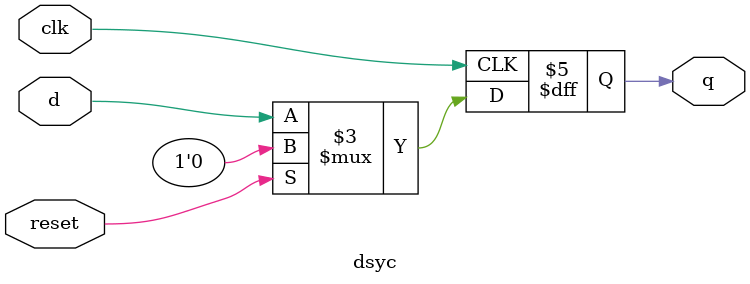
<source format=v>
module dsyc(
input d,input clk,input reset,
output q);
reg q;
always@(posedge clk)
begin 
if(reset) q=0;
else q=d;
end
endmodule
</source>
